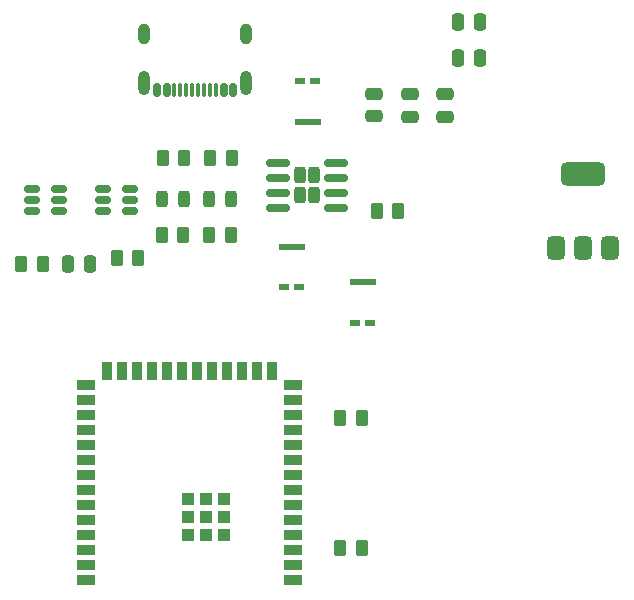
<source format=gbr>
%TF.GenerationSoftware,KiCad,Pcbnew,9.0.6*%
%TF.CreationDate,2025-12-14T23:53:19+07:00*%
%TF.ProjectId,audio_player,61756469-6f5f-4706-9c61-7965722e6b69,rev?*%
%TF.SameCoordinates,Original*%
%TF.FileFunction,Paste,Top*%
%TF.FilePolarity,Positive*%
%FSLAX46Y46*%
G04 Gerber Fmt 4.6, Leading zero omitted, Abs format (unit mm)*
G04 Created by KiCad (PCBNEW 9.0.6) date 2025-12-14 23:53:19*
%MOMM*%
%LPD*%
G01*
G04 APERTURE LIST*
G04 Aperture macros list*
%AMRoundRect*
0 Rectangle with rounded corners*
0 $1 Rounding radius*
0 $2 $3 $4 $5 $6 $7 $8 $9 X,Y pos of 4 corners*
0 Add a 4 corners polygon primitive as box body*
4,1,4,$2,$3,$4,$5,$6,$7,$8,$9,$2,$3,0*
0 Add four circle primitives for the rounded corners*
1,1,$1+$1,$2,$3*
1,1,$1+$1,$4,$5*
1,1,$1+$1,$6,$7*
1,1,$1+$1,$8,$9*
0 Add four rect primitives between the rounded corners*
20,1,$1+$1,$2,$3,$4,$5,0*
20,1,$1+$1,$4,$5,$6,$7,0*
20,1,$1+$1,$6,$7,$8,$9,0*
20,1,$1+$1,$8,$9,$2,$3,0*%
G04 Aperture macros list end*
%ADD10RoundRect,0.250000X-0.262500X-0.450000X0.262500X-0.450000X0.262500X0.450000X-0.262500X0.450000X0*%
%ADD11RoundRect,0.250000X0.262500X0.450000X-0.262500X0.450000X-0.262500X-0.450000X0.262500X-0.450000X0*%
%ADD12RoundRect,0.250000X-0.475000X0.250000X-0.475000X-0.250000X0.475000X-0.250000X0.475000X0.250000X0*%
%ADD13R,1.500000X0.900000*%
%ADD14R,0.900000X1.500000*%
%ADD15R,1.000000X1.000000*%
%ADD16RoundRect,0.250000X0.250000X0.475000X-0.250000X0.475000X-0.250000X-0.475000X0.250000X-0.475000X0*%
%ADD17R,2.210000X0.560000*%
%ADD18R,0.940000X0.560000*%
%ADD19RoundRect,0.250000X-0.250000X-0.475000X0.250000X-0.475000X0.250000X0.475000X-0.250000X0.475000X0*%
%ADD20RoundRect,0.243750X-0.243750X-0.456250X0.243750X-0.456250X0.243750X0.456250X-0.243750X0.456250X0*%
%ADD21RoundRect,0.150000X-0.512500X-0.150000X0.512500X-0.150000X0.512500X0.150000X-0.512500X0.150000X0*%
%ADD22RoundRect,0.250000X0.255000X0.440000X-0.255000X0.440000X-0.255000X-0.440000X0.255000X-0.440000X0*%
%ADD23RoundRect,0.150000X0.825000X0.150000X-0.825000X0.150000X-0.825000X-0.150000X0.825000X-0.150000X0*%
%ADD24RoundRect,0.375000X0.375000X-0.625000X0.375000X0.625000X-0.375000X0.625000X-0.375000X-0.625000X0*%
%ADD25RoundRect,0.500000X1.400000X-0.500000X1.400000X0.500000X-1.400000X0.500000X-1.400000X-0.500000X0*%
%ADD26RoundRect,0.150000X0.150000X0.425000X-0.150000X0.425000X-0.150000X-0.425000X0.150000X-0.425000X0*%
%ADD27RoundRect,0.075000X0.075000X0.500000X-0.075000X0.500000X-0.075000X-0.500000X0.075000X-0.500000X0*%
%ADD28O,1.000000X2.100000*%
%ADD29O,1.000000X1.800000*%
G04 APERTURE END LIST*
D10*
%TO.C,R2*%
X132000000Y-81000000D03*
X133825000Y-81000000D03*
%TD*%
D11*
%TO.C,R8*%
X148912500Y-107500000D03*
X147087500Y-107500000D03*
%TD*%
D12*
%TO.C,C3*%
X153000000Y-69100000D03*
X153000000Y-71000000D03*
%TD*%
D10*
%TO.C,R7*%
X136087500Y-74500000D03*
X137912500Y-74500000D03*
%TD*%
D13*
%TO.C,U1*%
X143115000Y-110260000D03*
X143115000Y-108990000D03*
X143115000Y-107720000D03*
X143115000Y-106450000D03*
X143115000Y-105180000D03*
X143115000Y-103910000D03*
X143115000Y-102640000D03*
X143115000Y-101370000D03*
X143115000Y-100100000D03*
X143115000Y-98830000D03*
X143115000Y-97560000D03*
X143115000Y-96290000D03*
X143115000Y-95020000D03*
X143115000Y-93750000D03*
D14*
X141350000Y-92500000D03*
X140080000Y-92500000D03*
X138810000Y-92500000D03*
X137540000Y-92500000D03*
X136270000Y-92500000D03*
X135000000Y-92500000D03*
X133730000Y-92500000D03*
X132460000Y-92500000D03*
X131190000Y-92500000D03*
X129920000Y-92500000D03*
X128650000Y-92500000D03*
X127380000Y-92500000D03*
D13*
X125615000Y-93750000D03*
X125615000Y-95020000D03*
X125615000Y-96290000D03*
X125615000Y-97560000D03*
X125615000Y-98830000D03*
X125615000Y-100100000D03*
X125615000Y-101370000D03*
X125615000Y-102640000D03*
X125615000Y-103910000D03*
X125615000Y-105180000D03*
X125615000Y-106450000D03*
X125615000Y-107720000D03*
X125615000Y-108990000D03*
X125615000Y-110260000D03*
D15*
X137225000Y-106410000D03*
X137225000Y-104910000D03*
X137225000Y-103410000D03*
X135725000Y-106410000D03*
X135725000Y-104910000D03*
X135725000Y-103410000D03*
X134225000Y-106410000D03*
X134225000Y-104910000D03*
X134225000Y-103410000D03*
%TD*%
D16*
%TO.C,C6*%
X125950000Y-83500000D03*
X124050000Y-83500000D03*
%TD*%
D17*
%TO.C,D15*%
X144365000Y-71440000D03*
D18*
X143730000Y-68000000D03*
X145000000Y-68000000D03*
%TD*%
D19*
%TO.C,C7*%
X157050000Y-63000000D03*
X158950000Y-63000000D03*
%TD*%
%TO.C,C1*%
X157050000Y-66000000D03*
X158950000Y-66000000D03*
%TD*%
D20*
%TO.C,D9*%
X132000000Y-78000000D03*
X133875000Y-78000000D03*
%TD*%
D11*
%TO.C,R3*%
X152000000Y-79000000D03*
X150175000Y-79000000D03*
%TD*%
D21*
%TO.C,U6*%
X121000000Y-77100000D03*
X121000000Y-78050000D03*
X121000000Y-79000000D03*
X123275000Y-79000000D03*
X123275000Y-78050000D03*
X123275000Y-77100000D03*
%TD*%
D11*
%TO.C,R9*%
X148912500Y-96500000D03*
X147087500Y-96500000D03*
%TD*%
D17*
%TO.C,D13*%
X149000000Y-85000000D03*
D18*
X149635000Y-88440000D03*
X148365000Y-88440000D03*
%TD*%
D21*
%TO.C,U4*%
X127000000Y-77100000D03*
X127000000Y-78050000D03*
X127000000Y-79000000D03*
X129275000Y-79000000D03*
X129275000Y-78050000D03*
X129275000Y-77100000D03*
%TD*%
D10*
%TO.C,R6*%
X132087500Y-74500000D03*
X133912500Y-74500000D03*
%TD*%
D11*
%TO.C,R4*%
X130000000Y-83000000D03*
X128175000Y-83000000D03*
%TD*%
D22*
%TO.C,U2*%
X144900000Y-77625000D03*
X144900000Y-75975000D03*
X143700000Y-77625000D03*
X143700000Y-75975000D03*
D23*
X146775000Y-78705000D03*
X146775000Y-77435000D03*
X146775000Y-76165000D03*
X146775000Y-74895000D03*
X141825000Y-74895000D03*
X141825000Y-76165000D03*
X141825000Y-77435000D03*
X141825000Y-78705000D03*
%TD*%
D11*
%TO.C,R5*%
X121912500Y-83500000D03*
X120087500Y-83500000D03*
%TD*%
D10*
%TO.C,R1*%
X136000000Y-81000000D03*
X137825000Y-81000000D03*
%TD*%
D24*
%TO.C,U5*%
X165340000Y-82144000D03*
X167640000Y-82144000D03*
D25*
X167640000Y-75844000D03*
D24*
X169940000Y-82144000D03*
%TD*%
D17*
%TO.C,D14*%
X143000000Y-82000000D03*
D18*
X143635000Y-85440000D03*
X142365000Y-85440000D03*
%TD*%
D12*
%TO.C,C2*%
X150000000Y-69050000D03*
X150000000Y-70950000D03*
%TD*%
D20*
%TO.C,D8*%
X136000000Y-78000000D03*
X137875000Y-78000000D03*
%TD*%
D26*
%TO.C,J1*%
X138020000Y-68755000D03*
X137220000Y-68755000D03*
D27*
X136070000Y-68755000D03*
X135070000Y-68755000D03*
X134570000Y-68755000D03*
X133570000Y-68755000D03*
D26*
X132420000Y-68755000D03*
X131620000Y-68755000D03*
X131620000Y-68755000D03*
X132420000Y-68755000D03*
D27*
X133070000Y-68755000D03*
X134070000Y-68755000D03*
X135570000Y-68755000D03*
X136570000Y-68755000D03*
D26*
X137220000Y-68755000D03*
X138020000Y-68755000D03*
D28*
X139140000Y-68180000D03*
D29*
X139140000Y-64000000D03*
D28*
X130500000Y-68180000D03*
D29*
X130500000Y-64000000D03*
%TD*%
D12*
%TO.C,C4*%
X156000000Y-69100000D03*
X156000000Y-71000000D03*
%TD*%
M02*

</source>
